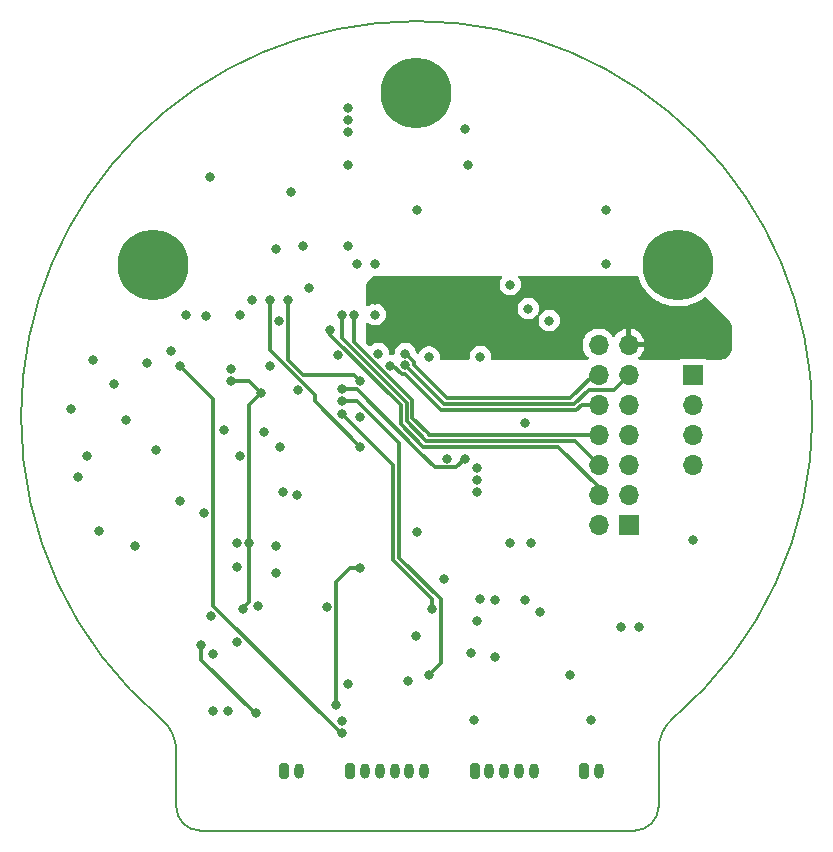
<source format=gbr>
%TF.GenerationSoftware,KiCad,Pcbnew,7.0.6*%
%TF.CreationDate,2024-03-18T21:13:23+03:00*%
%TF.ProjectId,_____ __________,1f3b3042-3020-4433-9f40-30323b353d38,rev?*%
%TF.SameCoordinates,Original*%
%TF.FileFunction,Copper,L3,Inr*%
%TF.FilePolarity,Positive*%
%FSLAX46Y46*%
G04 Gerber Fmt 4.6, Leading zero omitted, Abs format (unit mm)*
G04 Created by KiCad (PCBNEW 7.0.6) date 2024-03-18 21:13:23*
%MOMM*%
%LPD*%
G01*
G04 APERTURE LIST*
G04 Aperture macros list*
%AMRoundRect*
0 Rectangle with rounded corners*
0 $1 Rounding radius*
0 $2 $3 $4 $5 $6 $7 $8 $9 X,Y pos of 4 corners*
0 Add a 4 corners polygon primitive as box body*
4,1,4,$2,$3,$4,$5,$6,$7,$8,$9,$2,$3,0*
0 Add four circle primitives for the rounded corners*
1,1,$1+$1,$2,$3*
1,1,$1+$1,$4,$5*
1,1,$1+$1,$6,$7*
1,1,$1+$1,$8,$9*
0 Add four rect primitives between the rounded corners*
20,1,$1+$1,$2,$3,$4,$5,0*
20,1,$1+$1,$4,$5,$6,$7,0*
20,1,$1+$1,$6,$7,$8,$9,0*
20,1,$1+$1,$8,$9,$2,$3,0*%
G04 Aperture macros list end*
%TA.AperFunction,ComponentPad*%
%ADD10R,1.700000X1.700000*%
%TD*%
%TA.AperFunction,ComponentPad*%
%ADD11O,1.700000X1.700000*%
%TD*%
%TA.AperFunction,ComponentPad*%
%ADD12RoundRect,0.200000X-0.200000X-0.450000X0.200000X-0.450000X0.200000X0.450000X-0.200000X0.450000X0*%
%TD*%
%TA.AperFunction,ComponentPad*%
%ADD13O,0.800000X1.300000*%
%TD*%
%TA.AperFunction,ComponentPad*%
%ADD14C,6.000000*%
%TD*%
%TA.AperFunction,ViaPad*%
%ADD15C,0.800000*%
%TD*%
%TA.AperFunction,Conductor*%
%ADD16C,0.300000*%
%TD*%
%TA.AperFunction,Profile*%
%ADD17C,0.200000*%
%TD*%
G04 APERTURE END LIST*
D10*
%TO.N,GND*%
%TO.C,J10*%
X178054000Y-92202000D03*
D11*
%TO.N,SWCLK*%
X178054000Y-94742000D03*
%TO.N,SWDIO*%
X178054000Y-97282000D03*
%TO.N,Net-(D13-A)*%
X178054000Y-99822000D03*
%TD*%
D12*
%TO.N,CAN1L*%
%TO.C,J4*%
X168793000Y-125808000D03*
D13*
%TO.N,CAN1H*%
X170043000Y-125808000D03*
%TD*%
D14*
%TO.N,unconnected-(J3-Pin_1-Pad1)*%
%TO.C,J3*%
X132334000Y-82931000D03*
%TD*%
%TO.N,unconnected-(J1-Pin_1-Pad1)*%
%TO.C,J1*%
X176784000Y-82931000D03*
%TD*%
D12*
%TO.N,GND*%
%TO.C,J9*%
X149021000Y-125808000D03*
D13*
%TO.N,Digital_input2*%
X150271000Y-125808000D03*
%TO.N,Digital_input1*%
X151521000Y-125808000D03*
%TO.N,Analog_Input2*%
X152771000Y-125808000D03*
%TO.N,Analog_Input1*%
X154021000Y-125808000D03*
%TO.N,GNDA*%
X155271000Y-125808000D03*
%TD*%
D14*
%TO.N,unconnected-(J2-Pin_1-Pad1)*%
%TO.C,J2*%
X154559000Y-68326000D03*
%TD*%
D10*
%TO.N,+3.3V*%
%TO.C,J5*%
X172578000Y-104902000D03*
D11*
%TO.N,GND*%
X170038000Y-104902000D03*
%TO.N,Angle_Sensor_CS_MCU*%
X172578000Y-102362000D03*
%TO.N,Temp_Coil_C_MCU*%
X170038000Y-102362000D03*
%TO.N,Angle_Sensor_SCLK_MCU*%
X172578000Y-99822000D03*
%TO.N,Temp_Coil_B_MCU*%
X170038000Y-99822000D03*
%TO.N,Angle_Sensor_SDIO_MCU*%
X172578000Y-97282000D03*
%TO.N,Temp_Coil_A_MCU*%
X170038000Y-97282000D03*
%TO.N,OUT_MCU*%
X172578000Y-94742000D03*
%TO.N,Current_C_MCU*%
X170038000Y-94742000D03*
%TO.N,Current_B_MCU*%
X172578000Y-92202000D03*
%TO.N,Current_A_MCU*%
X170038000Y-92202000D03*
%TO.N,+3.3VA*%
X172578000Y-89662000D03*
%TO.N,GNDA*%
X170038000Y-89662000D03*
%TD*%
D12*
%TO.N,GND*%
%TO.C,J7*%
X159552000Y-125808000D03*
D13*
%TO.N,RS_485_Y*%
X160802000Y-125808000D03*
%TO.N,RS_485_Z*%
X162052000Y-125808000D03*
%TO.N,RS_485_B*%
X163302000Y-125808000D03*
%TO.N,RS_485_A*%
X164552000Y-125808000D03*
%TD*%
D12*
%TO.N,CAN2L*%
%TO.C,J6*%
X143393000Y-125808000D03*
D13*
%TO.N,CAN2H*%
X144643000Y-125808000D03*
%TD*%
D15*
%TO.N,GND*%
X138684000Y-120650000D03*
X151130000Y-82804000D03*
X136652000Y-103886000D03*
X148844000Y-118364000D03*
X138938000Y-91694000D03*
X173482000Y-113538000D03*
X125984000Y-100838000D03*
X159766000Y-102108000D03*
X161290000Y-116078000D03*
X142727561Y-106703516D03*
X148844000Y-81280000D03*
X133858000Y-90170000D03*
X137265023Y-112670977D03*
X143002000Y-87630000D03*
X141732000Y-97028000D03*
X159766000Y-101092000D03*
X148844000Y-74422000D03*
X154559000Y-114300000D03*
X165862000Y-87630000D03*
X162560000Y-84582000D03*
X138302647Y-96900646D03*
X142748000Y-81534000D03*
X127254000Y-90932000D03*
X160020000Y-90678000D03*
X147024477Y-111845477D03*
X132588000Y-98552000D03*
X169418000Y-121412000D03*
X159004000Y-74422000D03*
X147941673Y-90516500D03*
X164338000Y-106426000D03*
X159766000Y-100076000D03*
%TO.N,A*%
X139446000Y-108458000D03*
X156972000Y-109474000D03*
X141224000Y-111760000D03*
%TO.N,B*%
X144526000Y-102362000D03*
X139700000Y-99060000D03*
X157226000Y-99314000D03*
%TO.N,C*%
X137392023Y-115845977D03*
X149860000Y-108585000D03*
X147828000Y-120142000D03*
%TO.N,+24V*%
X170688000Y-82804000D03*
X159766000Y-113030000D03*
X130810000Y-106680000D03*
%TO.N,+12V*%
X141001682Y-120882379D03*
X134620000Y-102870000D03*
X148844000Y-71628000D03*
X148844000Y-70612000D03*
X136398000Y-115062000D03*
X142748000Y-108966000D03*
X158750000Y-71374000D03*
X148844000Y-69596000D03*
X143287454Y-102120500D03*
%TO.N,Enable*%
X138938000Y-92722500D03*
X140462000Y-106426000D03*
X141478000Y-93726000D03*
X139954000Y-112014000D03*
%TO.N,IN_A*%
X139446000Y-106426000D03*
%TO.N,IN_B*%
X143107023Y-98298000D03*
%TO.N,IN_C*%
X139424023Y-114829977D03*
%TO.N,+3.3V*%
X167640000Y-117602000D03*
X154686000Y-78232000D03*
X154686000Y-105537000D03*
X136764000Y-87234000D03*
X125349000Y-95123000D03*
X144018000Y-76708000D03*
X126746000Y-99060000D03*
X137414000Y-120650000D03*
X145542000Y-84836000D03*
X171958000Y-113538000D03*
X162560000Y-106426000D03*
X164084000Y-86614000D03*
X139700000Y-87122000D03*
X145034000Y-81280000D03*
X151130000Y-87122000D03*
X178054000Y-106172000D03*
X148336000Y-121539000D03*
X131826000Y-91186000D03*
%TO.N,NRST*%
X155689061Y-90708863D03*
%TO.N,Temp_Coil_C_MCU*%
X147320000Y-88392000D03*
%TO.N,Temp_Coil_B_MCU*%
X148336000Y-87122000D03*
%TO.N,Temp_Coil_A_MCU*%
X149352000Y-87122000D03*
%TO.N,Net-(R16-Pad2)*%
X134620000Y-91440000D03*
X148336000Y-122555000D03*
%TO.N,Current_C_MCU*%
X152400000Y-91440000D03*
%TO.N,Current_B_MCU*%
X153670000Y-91423503D03*
%TO.N,RS_485_RX_MCU*%
X161290000Y-111252000D03*
X163830000Y-111252000D03*
%TO.N,RS_485_Enable_MCU*%
X160032500Y-111207693D03*
X165100000Y-112268000D03*
%TO.N,Current_A_MCU*%
X153670000Y-90424000D03*
%TO.N,GNDA*%
X153924000Y-118110000D03*
X151384000Y-90424000D03*
X149606000Y-82804000D03*
%TO.N,+3.3VA*%
X159512000Y-121412000D03*
X159258500Y-115779546D03*
X151130000Y-85852000D03*
%TO.N,Temperature_Power_~{OS}_MCU*%
X143764000Y-85852000D03*
X149860000Y-92710000D03*
%TO.N,Temperature_Power_SCL_MCU*%
X140716000Y-85852000D03*
X149860000Y-95758000D03*
%TO.N,Temperature_Power_SDA_MCU*%
X149860000Y-98298000D03*
X142240000Y-85852000D03*
%TO.N,EEPROM_~{CS_MCU}*%
X142240000Y-91516500D03*
X129032000Y-92964000D03*
%TO.N,EEPROM_MOSI_MCU*%
X144581440Y-93516500D03*
X130048000Y-96012000D03*
%TO.N,Net-(U4-+)*%
X135128000Y-87122000D03*
%TO.N,Net-(D4-COM)*%
X155702000Y-117602000D03*
X148313669Y-94465669D03*
%TO.N,Net-(U10-+)*%
X127762000Y-105410000D03*
%TO.N,Net-(D7-K)*%
X170688000Y-78232000D03*
%TO.N,Net-(D8-K)*%
X137160000Y-75438000D03*
%TO.N,Net-(U7-PC4)*%
X158750000Y-99314000D03*
X163830000Y-96266000D03*
X148286582Y-93466536D03*
%TO.N,Net-(D14-COM)*%
X155956000Y-112014000D03*
X148336000Y-95504000D03*
%TD*%
D16*
%TO.N,C*%
X148971000Y-108585000D02*
X149860000Y-108585000D01*
X147828000Y-109728000D02*
X148971000Y-108585000D01*
X147828000Y-120142000D02*
X147828000Y-109728000D01*
%TO.N,+12V*%
X141001682Y-120882379D02*
X140948379Y-120882379D01*
X140948379Y-120882379D02*
X136398000Y-116332000D01*
X136398000Y-116332000D02*
X136398000Y-115062000D01*
%TO.N,Enable*%
X140462000Y-94742000D02*
X141478000Y-93726000D01*
X140462000Y-106426000D02*
X140462000Y-94742000D01*
X140474500Y-92722500D02*
X141478000Y-93726000D01*
X140462000Y-106426000D02*
X140462000Y-111461339D01*
X139954000Y-111969339D02*
X139954000Y-112014000D01*
X140462000Y-111461339D02*
X139954000Y-111969339D01*
X138938000Y-92722500D02*
X140474500Y-92722500D01*
%TO.N,Temp_Coil_C_MCU*%
X153282688Y-96409019D02*
X155171669Y-98298000D01*
X147320000Y-88392000D02*
X147320000Y-88834873D01*
X147320000Y-88834873D02*
X153282688Y-94797561D01*
X166624000Y-98298000D02*
X170038000Y-101712000D01*
X153282688Y-94797561D02*
X153282688Y-96409019D01*
X170038000Y-101712000D02*
X170038000Y-102362000D01*
X155171669Y-98298000D02*
X166624000Y-98298000D01*
%TO.N,Temp_Coil_B_MCU*%
X153782688Y-96124688D02*
X155448000Y-97790000D01*
X155448000Y-97790000D02*
X168006000Y-97790000D01*
X153782688Y-94590455D02*
X153782688Y-96124688D01*
X148336000Y-89143767D02*
X153782688Y-94590455D01*
X168006000Y-97790000D02*
X170038000Y-99822000D01*
X148336000Y-87122000D02*
X148336000Y-89143767D01*
%TO.N,Temp_Coil_A_MCU*%
X154282688Y-94383349D02*
X154282688Y-95872921D01*
X149352000Y-89452661D02*
X154282688Y-94383349D01*
X154282688Y-95872921D02*
X155569884Y-97160116D01*
X149352000Y-87122000D02*
X149352000Y-89452661D01*
X170038000Y-97282000D02*
X155691768Y-97282000D01*
X155569884Y-97160116D02*
X155691767Y-97282000D01*
X155691768Y-97282000D02*
X155569884Y-97160116D01*
%TO.N,Net-(R16-Pad2)*%
X137414000Y-111760000D02*
X137414000Y-94234000D01*
X148336000Y-122555000D02*
X148209000Y-122555000D01*
X137414000Y-94234000D02*
X134620000Y-91440000D01*
X148209000Y-122555000D02*
X137414000Y-111760000D01*
%TO.N,Current_C_MCU*%
X152625836Y-91440000D02*
X152400000Y-91440000D01*
X153641503Y-92173503D02*
X153359339Y-92173503D01*
X168148000Y-95222000D02*
X156690000Y-95222000D01*
X168628000Y-94742000D02*
X168148000Y-95222000D01*
X170038000Y-94742000D02*
X168628000Y-94742000D01*
X156690000Y-95222000D02*
X153641503Y-92173503D01*
X153359339Y-92173503D02*
X152625836Y-91440000D01*
%TO.N,Current_B_MCU*%
X171308000Y-93472000D02*
X169190894Y-93472000D01*
X167940894Y-94722000D02*
X156968497Y-94722000D01*
X169190894Y-93472000D02*
X167940894Y-94722000D01*
X172578000Y-92202000D02*
X171308000Y-93472000D01*
X156968497Y-94722000D02*
X153670000Y-91423503D01*
%TO.N,Current_A_MCU*%
X154420000Y-91112842D02*
X153731158Y-90424000D01*
X167652000Y-94222000D02*
X157214000Y-94222000D01*
X153731158Y-90424000D02*
X153670000Y-90424000D01*
X154420000Y-91428000D02*
X154420000Y-91112842D01*
X157214000Y-94222000D02*
X154420000Y-91428000D01*
X170038000Y-92202000D02*
X169672000Y-92202000D01*
X169672000Y-92202000D02*
X167652000Y-94222000D01*
%TO.N,Temperature_Power_~{OS}_MCU*%
X143764000Y-90932000D02*
X143764000Y-85852000D01*
X149352000Y-92202000D02*
X145034000Y-92202000D01*
X149860000Y-92710000D02*
X149352000Y-92202000D01*
X145034000Y-92202000D02*
X143764000Y-90932000D01*
%TO.N,Temperature_Power_SDA_MCU*%
X142240000Y-85852000D02*
X142240000Y-90115106D01*
X146042000Y-94480000D02*
X149860000Y-98298000D01*
X146042000Y-93917106D02*
X146042000Y-94480000D01*
X142240000Y-90115106D02*
X146042000Y-93917106D01*
%TO.N,Net-(D4-COM)*%
X153162000Y-107696000D02*
X156706000Y-111240000D01*
X148313669Y-94465669D02*
X149628330Y-94465669D01*
X153162000Y-97999339D02*
X153162000Y-107696000D01*
X149628330Y-94465669D02*
X153162000Y-97999339D01*
X156706000Y-111240000D02*
X156706000Y-116598000D01*
X156706000Y-116598000D02*
X155702000Y-117602000D01*
%TO.N,Net-(U7-PC4)*%
X148286582Y-93466536D02*
X149600536Y-93466536D01*
X149600536Y-93466536D02*
X154940000Y-98806000D01*
X158000000Y-100064000D02*
X158750000Y-99314000D01*
X156198000Y-100064000D02*
X158000000Y-100064000D01*
X154940000Y-98806000D02*
X156198000Y-100064000D01*
%TO.N,Net-(D14-COM)*%
X152654000Y-107895106D02*
X155956000Y-111197106D01*
X155956000Y-111197106D02*
X155956000Y-112014000D01*
X152654000Y-99822000D02*
X152654000Y-107895106D01*
X148336000Y-95504000D02*
X152654000Y-99822000D01*
%TD*%
%TA.AperFunction,Conductor*%
%TO.N,+3.3VA*%
G36*
X161822896Y-83839685D02*
G01*
X161868651Y-83892489D01*
X161878595Y-83961647D01*
X161849570Y-84025203D01*
X161848007Y-84026972D01*
X161827466Y-84049785D01*
X161732821Y-84213715D01*
X161732818Y-84213722D01*
X161674327Y-84393740D01*
X161674326Y-84393744D01*
X161654540Y-84582000D01*
X161674326Y-84770256D01*
X161674327Y-84770259D01*
X161732818Y-84950277D01*
X161732821Y-84950284D01*
X161827467Y-85114216D01*
X161954129Y-85254888D01*
X162107265Y-85366148D01*
X162107270Y-85366151D01*
X162280192Y-85443142D01*
X162280197Y-85443144D01*
X162465354Y-85482500D01*
X162465355Y-85482500D01*
X162654644Y-85482500D01*
X162654646Y-85482500D01*
X162839803Y-85443144D01*
X163012730Y-85366151D01*
X163165871Y-85254888D01*
X163292533Y-85114216D01*
X163387179Y-84950284D01*
X163445674Y-84770256D01*
X163465460Y-84582000D01*
X163445674Y-84393744D01*
X163387179Y-84213716D01*
X163292533Y-84049784D01*
X163271993Y-84026972D01*
X163241763Y-83963980D01*
X163250388Y-83894645D01*
X163295130Y-83840980D01*
X163361782Y-83820022D01*
X163364143Y-83820000D01*
X173303074Y-83820000D01*
X173370113Y-83839685D01*
X173415868Y-83892489D01*
X173422847Y-83911900D01*
X173450258Y-84014199D01*
X173450260Y-84014206D01*
X173581746Y-84356739D01*
X173748320Y-84683656D01*
X173948147Y-84991364D01*
X173948149Y-84991366D01*
X174179051Y-85276506D01*
X174438494Y-85535949D01*
X174438498Y-85535952D01*
X174723635Y-85766852D01*
X174991972Y-85941111D01*
X175031348Y-85966682D01*
X175358264Y-86133255D01*
X175588151Y-86221500D01*
X175690677Y-86260856D01*
X175700801Y-86264742D01*
X176055206Y-86359705D01*
X176417596Y-86417102D01*
X176763734Y-86435241D01*
X176783999Y-86436304D01*
X176784000Y-86436304D01*
X176784001Y-86436304D01*
X176803203Y-86435297D01*
X177150404Y-86417102D01*
X177512794Y-86359705D01*
X177867199Y-86264742D01*
X178209736Y-86133255D01*
X178536652Y-85966682D01*
X178844366Y-85766851D01*
X178975575Y-85660599D01*
X179040057Y-85633710D01*
X179108846Y-85645952D01*
X179141287Y-85669286D01*
X181060959Y-87588959D01*
X181065038Y-87593460D01*
X181179722Y-87733202D01*
X181193227Y-87753414D01*
X181274121Y-87904756D01*
X181283424Y-87927214D01*
X181333240Y-88091437D01*
X181337982Y-88115278D01*
X181355701Y-88295181D01*
X181356000Y-88301262D01*
X181356000Y-89928951D01*
X181355701Y-89935032D01*
X181337982Y-90114934D01*
X181333240Y-90138775D01*
X181283424Y-90302998D01*
X181274121Y-90325456D01*
X181193227Y-90476798D01*
X181179722Y-90497010D01*
X181070854Y-90629666D01*
X181053666Y-90646854D01*
X180921010Y-90755722D01*
X180900798Y-90769227D01*
X180749456Y-90850121D01*
X180726998Y-90859424D01*
X180562775Y-90909240D01*
X180538934Y-90913982D01*
X180359032Y-90931701D01*
X180352951Y-90932000D01*
X179219389Y-90932000D01*
X179152350Y-90912315D01*
X179146790Y-90908455D01*
X179146327Y-90908202D01*
X179011482Y-90857908D01*
X179011483Y-90857908D01*
X178951883Y-90851501D01*
X178951881Y-90851500D01*
X178951873Y-90851500D01*
X178951864Y-90851500D01*
X177156129Y-90851500D01*
X177156123Y-90851501D01*
X177096516Y-90857908D01*
X176961672Y-90908202D01*
X176953891Y-90912452D01*
X176953066Y-90910942D01*
X176897457Y-90931684D01*
X176888611Y-90932000D01*
X173511182Y-90932000D01*
X173444143Y-90912315D01*
X173398388Y-90859511D01*
X173388444Y-90790353D01*
X173417469Y-90726797D01*
X173440056Y-90706427D01*
X173449079Y-90700108D01*
X173616105Y-90533082D01*
X173751600Y-90339578D01*
X173851429Y-90125492D01*
X173851432Y-90125486D01*
X173908636Y-89912000D01*
X173011686Y-89912000D01*
X173037493Y-89871844D01*
X173078000Y-89733889D01*
X173078000Y-89590111D01*
X173037493Y-89452156D01*
X173011686Y-89412000D01*
X173908636Y-89412000D01*
X173908635Y-89411999D01*
X173851432Y-89198513D01*
X173851429Y-89198507D01*
X173751600Y-88984422D01*
X173751599Y-88984420D01*
X173616113Y-88790926D01*
X173616108Y-88790920D01*
X173449082Y-88623894D01*
X173255578Y-88488399D01*
X173041492Y-88388570D01*
X173041486Y-88388567D01*
X172828000Y-88331364D01*
X172827999Y-88331364D01*
X172827999Y-89226498D01*
X172720315Y-89177320D01*
X172613763Y-89162000D01*
X172542237Y-89162000D01*
X172435685Y-89177320D01*
X172328000Y-89226498D01*
X172328000Y-88331364D01*
X172327999Y-88331364D01*
X172114513Y-88388567D01*
X172114507Y-88388570D01*
X171900422Y-88488399D01*
X171900420Y-88488400D01*
X171706926Y-88623886D01*
X171706920Y-88623891D01*
X171539891Y-88790920D01*
X171539890Y-88790922D01*
X171409880Y-88976595D01*
X171355303Y-89020219D01*
X171285804Y-89027412D01*
X171223450Y-88995890D01*
X171206730Y-88976594D01*
X171076494Y-88790597D01*
X170909402Y-88623506D01*
X170909395Y-88623501D01*
X170715834Y-88487967D01*
X170715830Y-88487965D01*
X170715829Y-88487964D01*
X170501663Y-88388097D01*
X170501659Y-88388096D01*
X170501655Y-88388094D01*
X170273413Y-88326938D01*
X170273403Y-88326936D01*
X170038001Y-88306341D01*
X170037999Y-88306341D01*
X169802596Y-88326936D01*
X169802586Y-88326938D01*
X169574344Y-88388094D01*
X169574335Y-88388098D01*
X169360171Y-88487964D01*
X169360169Y-88487965D01*
X169166597Y-88623505D01*
X168999505Y-88790597D01*
X168863965Y-88984169D01*
X168863964Y-88984171D01*
X168764098Y-89198335D01*
X168764094Y-89198344D01*
X168702938Y-89426586D01*
X168702936Y-89426596D01*
X168682341Y-89661999D01*
X168682341Y-89662000D01*
X168702936Y-89897403D01*
X168702938Y-89897413D01*
X168764094Y-90125655D01*
X168764096Y-90125659D01*
X168764097Y-90125663D01*
X168846790Y-90302998D01*
X168863965Y-90339830D01*
X168863967Y-90339834D01*
X168922903Y-90424002D01*
X168999505Y-90533401D01*
X169166599Y-90700495D01*
X169171923Y-90704223D01*
X169175069Y-90706426D01*
X169218693Y-90761003D01*
X169225885Y-90830502D01*
X169194362Y-90892856D01*
X169134132Y-90928269D01*
X169103944Y-90932000D01*
X161036479Y-90932000D01*
X160969440Y-90912315D01*
X160923685Y-90859511D01*
X160913158Y-90795042D01*
X160925460Y-90678000D01*
X160905674Y-90489744D01*
X160847179Y-90309716D01*
X160752533Y-90145784D01*
X160625871Y-90005112D01*
X160625870Y-90005111D01*
X160472734Y-89893851D01*
X160472729Y-89893848D01*
X160299807Y-89816857D01*
X160299802Y-89816855D01*
X160154000Y-89785865D01*
X160114646Y-89777500D01*
X159925354Y-89777500D01*
X159892897Y-89784398D01*
X159740197Y-89816855D01*
X159740192Y-89816857D01*
X159567270Y-89893848D01*
X159567265Y-89893851D01*
X159414129Y-90005111D01*
X159287466Y-90145785D01*
X159192821Y-90309715D01*
X159192818Y-90309722D01*
X159141712Y-90467011D01*
X159134326Y-90489744D01*
X159114540Y-90678000D01*
X159126841Y-90795041D01*
X159114273Y-90863768D01*
X159066541Y-90914792D01*
X159003521Y-90932000D01*
X156708784Y-90932000D01*
X156641745Y-90912315D01*
X156595990Y-90859511D01*
X156585463Y-90795041D01*
X156594521Y-90708863D01*
X156574735Y-90520607D01*
X156516240Y-90340579D01*
X156421594Y-90176647D01*
X156294932Y-90035975D01*
X156252453Y-90005112D01*
X156141795Y-89924714D01*
X156141790Y-89924711D01*
X155968868Y-89847720D01*
X155968863Y-89847718D01*
X155805033Y-89812896D01*
X155783707Y-89808363D01*
X155594415Y-89808363D01*
X155573089Y-89812896D01*
X155409258Y-89847718D01*
X155409253Y-89847720D01*
X155236331Y-89924711D01*
X155236326Y-89924714D01*
X155083190Y-90035974D01*
X154956527Y-90176648D01*
X154861882Y-90340578D01*
X154861877Y-90340588D01*
X154852261Y-90370185D01*
X154812823Y-90427860D01*
X154748464Y-90455057D01*
X154679617Y-90443141D01*
X154646650Y-90419546D01*
X154597625Y-90370521D01*
X154564140Y-90309198D01*
X154561985Y-90295799D01*
X154555674Y-90235748D01*
X154555674Y-90235745D01*
X154555672Y-90235740D01*
X154516420Y-90114934D01*
X154497181Y-90055721D01*
X154497178Y-90055715D01*
X154402533Y-89891784D01*
X154275871Y-89751112D01*
X154275863Y-89751106D01*
X154122734Y-89639851D01*
X154122729Y-89639848D01*
X153949807Y-89562857D01*
X153949802Y-89562855D01*
X153804000Y-89531865D01*
X153764646Y-89523500D01*
X153575354Y-89523500D01*
X153542897Y-89530398D01*
X153390197Y-89562855D01*
X153390192Y-89562857D01*
X153217270Y-89639848D01*
X153217265Y-89639851D01*
X153064129Y-89751111D01*
X152937466Y-89891785D01*
X152842821Y-90055715D01*
X152842818Y-90055722D01*
X152784327Y-90235740D01*
X152784326Y-90235744D01*
X152770556Y-90366762D01*
X152764540Y-90424002D01*
X152764540Y-90424005D01*
X152765284Y-90431087D01*
X152752712Y-90499816D01*
X152704978Y-90550838D01*
X152637236Y-90567953D01*
X152616182Y-90565333D01*
X152591488Y-90560084D01*
X152494646Y-90539500D01*
X152413250Y-90539500D01*
X152346211Y-90519815D01*
X152300456Y-90467011D01*
X152289929Y-90428462D01*
X152283444Y-90366762D01*
X152269674Y-90235744D01*
X152211179Y-90055716D01*
X152116533Y-89891784D01*
X151989871Y-89751112D01*
X151989863Y-89751106D01*
X151836734Y-89639851D01*
X151836729Y-89639848D01*
X151663807Y-89562857D01*
X151663802Y-89562855D01*
X151518000Y-89531865D01*
X151478646Y-89523500D01*
X151289354Y-89523500D01*
X151256897Y-89530398D01*
X151104197Y-89562855D01*
X151104192Y-89562857D01*
X150931270Y-89639848D01*
X150931265Y-89639851D01*
X150778135Y-89751106D01*
X150778125Y-89751115D01*
X150767136Y-89763319D01*
X150707648Y-89799965D01*
X150637791Y-89798632D01*
X150587309Y-89768024D01*
X150404319Y-89585033D01*
X150370834Y-89523710D01*
X150368000Y-89497352D01*
X150368000Y-87924817D01*
X150387685Y-87857778D01*
X150440489Y-87812023D01*
X150509647Y-87802079D01*
X150564885Y-87824499D01*
X150677265Y-87906148D01*
X150677270Y-87906151D01*
X150850192Y-87983142D01*
X150850197Y-87983144D01*
X151035354Y-88022500D01*
X151035355Y-88022500D01*
X151224644Y-88022500D01*
X151224646Y-88022500D01*
X151409803Y-87983144D01*
X151582730Y-87906151D01*
X151735871Y-87794888D01*
X151862533Y-87654216D01*
X151876514Y-87630000D01*
X164956540Y-87630000D01*
X164976326Y-87818256D01*
X164976327Y-87818259D01*
X165034818Y-87998277D01*
X165034821Y-87998284D01*
X165129467Y-88162216D01*
X165198893Y-88239321D01*
X165256129Y-88302888D01*
X165409265Y-88414148D01*
X165409270Y-88414151D01*
X165582192Y-88491142D01*
X165582197Y-88491144D01*
X165767354Y-88530500D01*
X165767355Y-88530500D01*
X165956644Y-88530500D01*
X165956646Y-88530500D01*
X166141803Y-88491144D01*
X166314730Y-88414151D01*
X166467871Y-88302888D01*
X166594533Y-88162216D01*
X166689179Y-87998284D01*
X166747674Y-87818256D01*
X166767460Y-87630000D01*
X166747674Y-87441744D01*
X166689179Y-87261716D01*
X166594533Y-87097784D01*
X166467871Y-86957112D01*
X166435708Y-86933744D01*
X166314734Y-86845851D01*
X166314729Y-86845848D01*
X166141807Y-86768857D01*
X166141802Y-86768855D01*
X165996001Y-86737865D01*
X165956646Y-86729500D01*
X165767354Y-86729500D01*
X165734897Y-86736398D01*
X165582197Y-86768855D01*
X165582192Y-86768857D01*
X165409270Y-86845848D01*
X165409265Y-86845851D01*
X165256129Y-86957111D01*
X165129465Y-87097785D01*
X165126343Y-87102083D01*
X165071011Y-87144746D01*
X165019537Y-87149163D01*
X165040746Y-87186714D01*
X165036814Y-87255530D01*
X165036829Y-87255535D01*
X165036811Y-87255589D01*
X165036761Y-87256470D01*
X165035505Y-87259606D01*
X164990491Y-87398148D01*
X164976326Y-87441744D01*
X164956540Y-87630000D01*
X151876514Y-87630000D01*
X151957179Y-87490284D01*
X152015674Y-87310256D01*
X152035460Y-87122000D01*
X152015674Y-86933744D01*
X151957179Y-86753716D01*
X151876514Y-86614000D01*
X163178540Y-86614000D01*
X163198326Y-86802256D01*
X163198327Y-86802259D01*
X163256818Y-86982277D01*
X163256821Y-86982284D01*
X163351467Y-87146216D01*
X163470675Y-87278610D01*
X163478129Y-87286888D01*
X163631265Y-87398148D01*
X163631270Y-87398151D01*
X163804192Y-87475142D01*
X163804197Y-87475144D01*
X163989354Y-87514500D01*
X163989355Y-87514500D01*
X164178644Y-87514500D01*
X164178646Y-87514500D01*
X164363803Y-87475144D01*
X164536730Y-87398151D01*
X164689871Y-87286888D01*
X164816533Y-87146216D01*
X164816538Y-87146206D01*
X164819647Y-87141928D01*
X164874974Y-87099259D01*
X164926459Y-87094833D01*
X164905250Y-87057271D01*
X164909188Y-86988470D01*
X164909171Y-86988465D01*
X164909192Y-86988398D01*
X164909243Y-86987516D01*
X164910497Y-86984383D01*
X164911181Y-86982277D01*
X164969674Y-86802256D01*
X164989460Y-86614000D01*
X164969674Y-86425744D01*
X164911179Y-86245716D01*
X164816533Y-86081784D01*
X164689871Y-85941112D01*
X164689870Y-85941111D01*
X164536734Y-85829851D01*
X164536729Y-85829848D01*
X164363807Y-85752857D01*
X164363802Y-85752855D01*
X164218000Y-85721865D01*
X164178646Y-85713500D01*
X163989354Y-85713500D01*
X163956897Y-85720398D01*
X163804197Y-85752855D01*
X163804192Y-85752857D01*
X163631270Y-85829848D01*
X163631265Y-85829851D01*
X163478129Y-85941111D01*
X163351466Y-86081785D01*
X163256821Y-86245715D01*
X163256818Y-86245722D01*
X163198327Y-86425740D01*
X163198326Y-86425744D01*
X163178540Y-86614000D01*
X151876514Y-86614000D01*
X151862533Y-86589784D01*
X151735871Y-86449112D01*
X151727431Y-86442980D01*
X151582734Y-86337851D01*
X151582729Y-86337848D01*
X151409807Y-86260857D01*
X151409802Y-86260855D01*
X151264001Y-86229865D01*
X151224646Y-86221500D01*
X151035354Y-86221500D01*
X151002897Y-86228398D01*
X150850197Y-86260855D01*
X150850192Y-86260857D01*
X150677270Y-86337848D01*
X150677265Y-86337851D01*
X150564885Y-86419500D01*
X150499078Y-86442980D01*
X150431025Y-86427154D01*
X150382330Y-86377048D01*
X150368000Y-86319182D01*
X150368000Y-84823048D01*
X150368299Y-84816967D01*
X150372899Y-84770259D01*
X150386018Y-84637056D01*
X150390757Y-84613232D01*
X150440577Y-84448994D01*
X150449875Y-84426549D01*
X150530775Y-84275195D01*
X150544272Y-84254995D01*
X150653149Y-84122328D01*
X150670328Y-84105149D01*
X150802995Y-83996272D01*
X150823195Y-83982775D01*
X150974549Y-83901875D01*
X150996994Y-83892577D01*
X151161232Y-83842757D01*
X151185056Y-83838018D01*
X151299501Y-83826746D01*
X151364969Y-83820299D01*
X151371049Y-83820000D01*
X161755857Y-83820000D01*
X161822896Y-83839685D01*
G37*
%TD.AperFunction*%
%TD*%
D17*
X173087071Y-130809973D02*
G75*
G03*
X175119073Y-128778000I29J2031973D01*
G01*
X134281571Y-124064347D02*
G75*
G03*
X133039370Y-121386052I-3504871J1647D01*
G01*
X176351123Y-121296234D02*
G75*
G03*
X175119073Y-123962254I2268777J-2666166D01*
G01*
X134281619Y-124064347D02*
X134281619Y-128778000D01*
X173087071Y-130810000D02*
X136313619Y-130810002D01*
X175119073Y-123962254D02*
X175119073Y-128778000D01*
X188142262Y-95782046D02*
G75*
G03*
X121142262Y-95782046I-33500000J0D01*
G01*
X134281598Y-128778000D02*
G75*
G03*
X136313619Y-130810002I2032002J0D01*
G01*
X176351140Y-121296254D02*
G75*
G03*
X188142262Y-95782046I-21708920J25514224D01*
G01*
X121142261Y-95782046D02*
G75*
G03*
X133039370Y-121386051I33499989J-4D01*
G01*
M02*

</source>
